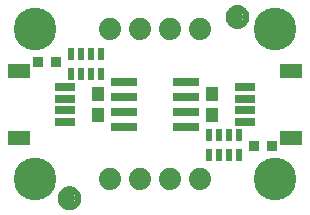
<source format=gbr>
G04 EAGLE Gerber RS-274X export*
G75*
%MOMM*%
%FSLAX34Y34*%
%LPD*%
%INSoldermask Top*%
%IPPOS*%
%AMOC8*
5,1,8,0,0,1.08239X$1,22.5*%
G01*
%ADD10C,3.617600*%
%ADD11R,1.651600X0.701600*%
%ADD12R,1.901600X1.301600*%
%ADD13C,1.101600*%
%ADD14C,0.469900*%
%ADD15R,0.901600X0.901600*%
%ADD16R,1.101600X1.176600*%
%ADD17R,2.301600X0.701600*%
%ADD18C,1.879600*%
%ADD19R,0.551600X1.001600*%


D10*
X25400Y152400D03*
X228600Y152400D03*
D11*
X50540Y93900D03*
X50540Y83900D03*
X50540Y103900D03*
X50540Y73900D03*
D12*
X11540Y116900D03*
X11540Y60900D03*
D11*
X203460Y83900D03*
X203460Y93900D03*
X203460Y73900D03*
X203460Y103900D03*
D12*
X242460Y60900D03*
X242460Y116900D03*
D13*
X54610Y9525D03*
D14*
X54610Y17025D02*
X54429Y17023D01*
X54248Y17016D01*
X54067Y17005D01*
X53886Y16990D01*
X53706Y16970D01*
X53526Y16946D01*
X53347Y16918D01*
X53169Y16885D01*
X52992Y16848D01*
X52815Y16807D01*
X52640Y16762D01*
X52465Y16712D01*
X52292Y16658D01*
X52121Y16600D01*
X51950Y16538D01*
X51782Y16471D01*
X51615Y16401D01*
X51449Y16327D01*
X51286Y16248D01*
X51125Y16166D01*
X50965Y16080D01*
X50808Y15990D01*
X50653Y15896D01*
X50500Y15799D01*
X50350Y15697D01*
X50202Y15593D01*
X50056Y15484D01*
X49914Y15373D01*
X49774Y15257D01*
X49637Y15139D01*
X49502Y15017D01*
X49371Y14892D01*
X49243Y14764D01*
X49118Y14633D01*
X48996Y14498D01*
X48878Y14361D01*
X48762Y14221D01*
X48651Y14079D01*
X48542Y13933D01*
X48438Y13785D01*
X48336Y13635D01*
X48239Y13482D01*
X48145Y13327D01*
X48055Y13170D01*
X47969Y13010D01*
X47887Y12849D01*
X47808Y12686D01*
X47734Y12520D01*
X47664Y12353D01*
X47597Y12185D01*
X47535Y12014D01*
X47477Y11843D01*
X47423Y11670D01*
X47373Y11495D01*
X47328Y11320D01*
X47287Y11143D01*
X47250Y10966D01*
X47217Y10788D01*
X47189Y10609D01*
X47165Y10429D01*
X47145Y10249D01*
X47130Y10068D01*
X47119Y9887D01*
X47112Y9706D01*
X47110Y9525D01*
X54610Y17025D02*
X54791Y17023D01*
X54972Y17016D01*
X55153Y17005D01*
X55334Y16990D01*
X55514Y16970D01*
X55694Y16946D01*
X55873Y16918D01*
X56051Y16885D01*
X56228Y16848D01*
X56405Y16807D01*
X56580Y16762D01*
X56755Y16712D01*
X56928Y16658D01*
X57099Y16600D01*
X57270Y16538D01*
X57438Y16471D01*
X57605Y16401D01*
X57771Y16327D01*
X57934Y16248D01*
X58095Y16166D01*
X58255Y16080D01*
X58412Y15990D01*
X58567Y15896D01*
X58720Y15799D01*
X58870Y15697D01*
X59018Y15593D01*
X59164Y15484D01*
X59306Y15373D01*
X59446Y15257D01*
X59583Y15139D01*
X59718Y15017D01*
X59849Y14892D01*
X59977Y14764D01*
X60102Y14633D01*
X60224Y14498D01*
X60342Y14361D01*
X60458Y14221D01*
X60569Y14079D01*
X60678Y13933D01*
X60782Y13785D01*
X60884Y13635D01*
X60981Y13482D01*
X61075Y13327D01*
X61165Y13170D01*
X61251Y13010D01*
X61333Y12849D01*
X61412Y12686D01*
X61486Y12520D01*
X61556Y12353D01*
X61623Y12185D01*
X61685Y12014D01*
X61743Y11843D01*
X61797Y11670D01*
X61847Y11495D01*
X61892Y11320D01*
X61933Y11143D01*
X61970Y10966D01*
X62003Y10788D01*
X62031Y10609D01*
X62055Y10429D01*
X62075Y10249D01*
X62090Y10068D01*
X62101Y9887D01*
X62108Y9706D01*
X62110Y9525D01*
X62108Y9344D01*
X62101Y9163D01*
X62090Y8982D01*
X62075Y8801D01*
X62055Y8621D01*
X62031Y8441D01*
X62003Y8262D01*
X61970Y8084D01*
X61933Y7907D01*
X61892Y7730D01*
X61847Y7555D01*
X61797Y7380D01*
X61743Y7207D01*
X61685Y7036D01*
X61623Y6865D01*
X61556Y6697D01*
X61486Y6530D01*
X61412Y6364D01*
X61333Y6201D01*
X61251Y6040D01*
X61165Y5880D01*
X61075Y5723D01*
X60981Y5568D01*
X60884Y5415D01*
X60782Y5265D01*
X60678Y5117D01*
X60569Y4971D01*
X60458Y4829D01*
X60342Y4689D01*
X60224Y4552D01*
X60102Y4417D01*
X59977Y4286D01*
X59849Y4158D01*
X59718Y4033D01*
X59583Y3911D01*
X59446Y3793D01*
X59306Y3677D01*
X59164Y3566D01*
X59018Y3457D01*
X58870Y3353D01*
X58720Y3251D01*
X58567Y3154D01*
X58412Y3060D01*
X58255Y2970D01*
X58095Y2884D01*
X57934Y2802D01*
X57771Y2723D01*
X57605Y2649D01*
X57438Y2579D01*
X57270Y2512D01*
X57099Y2450D01*
X56928Y2392D01*
X56755Y2338D01*
X56580Y2288D01*
X56405Y2243D01*
X56228Y2202D01*
X56051Y2165D01*
X55873Y2132D01*
X55694Y2104D01*
X55514Y2080D01*
X55334Y2060D01*
X55153Y2045D01*
X54972Y2034D01*
X54791Y2027D01*
X54610Y2025D01*
X54429Y2027D01*
X54248Y2034D01*
X54067Y2045D01*
X53886Y2060D01*
X53706Y2080D01*
X53526Y2104D01*
X53347Y2132D01*
X53169Y2165D01*
X52992Y2202D01*
X52815Y2243D01*
X52640Y2288D01*
X52465Y2338D01*
X52292Y2392D01*
X52121Y2450D01*
X51950Y2512D01*
X51782Y2579D01*
X51615Y2649D01*
X51449Y2723D01*
X51286Y2802D01*
X51125Y2884D01*
X50965Y2970D01*
X50808Y3060D01*
X50653Y3154D01*
X50500Y3251D01*
X50350Y3353D01*
X50202Y3457D01*
X50056Y3566D01*
X49914Y3677D01*
X49774Y3793D01*
X49637Y3911D01*
X49502Y4033D01*
X49371Y4158D01*
X49243Y4286D01*
X49118Y4417D01*
X48996Y4552D01*
X48878Y4689D01*
X48762Y4829D01*
X48651Y4971D01*
X48542Y5117D01*
X48438Y5265D01*
X48336Y5415D01*
X48239Y5568D01*
X48145Y5723D01*
X48055Y5880D01*
X47969Y6040D01*
X47887Y6201D01*
X47808Y6364D01*
X47734Y6530D01*
X47664Y6697D01*
X47597Y6865D01*
X47535Y7036D01*
X47477Y7207D01*
X47423Y7380D01*
X47373Y7555D01*
X47328Y7730D01*
X47287Y7907D01*
X47250Y8084D01*
X47217Y8262D01*
X47189Y8441D01*
X47165Y8621D01*
X47145Y8801D01*
X47130Y8982D01*
X47119Y9163D01*
X47112Y9344D01*
X47110Y9525D01*
D13*
X196850Y162941D03*
D14*
X196850Y170441D02*
X196669Y170439D01*
X196488Y170432D01*
X196307Y170421D01*
X196126Y170406D01*
X195946Y170386D01*
X195766Y170362D01*
X195587Y170334D01*
X195409Y170301D01*
X195232Y170264D01*
X195055Y170223D01*
X194880Y170178D01*
X194705Y170128D01*
X194532Y170074D01*
X194361Y170016D01*
X194190Y169954D01*
X194022Y169887D01*
X193855Y169817D01*
X193689Y169743D01*
X193526Y169664D01*
X193365Y169582D01*
X193205Y169496D01*
X193048Y169406D01*
X192893Y169312D01*
X192740Y169215D01*
X192590Y169113D01*
X192442Y169009D01*
X192296Y168900D01*
X192154Y168789D01*
X192014Y168673D01*
X191877Y168555D01*
X191742Y168433D01*
X191611Y168308D01*
X191483Y168180D01*
X191358Y168049D01*
X191236Y167914D01*
X191118Y167777D01*
X191002Y167637D01*
X190891Y167495D01*
X190782Y167349D01*
X190678Y167201D01*
X190576Y167051D01*
X190479Y166898D01*
X190385Y166743D01*
X190295Y166586D01*
X190209Y166426D01*
X190127Y166265D01*
X190048Y166102D01*
X189974Y165936D01*
X189904Y165769D01*
X189837Y165601D01*
X189775Y165430D01*
X189717Y165259D01*
X189663Y165086D01*
X189613Y164911D01*
X189568Y164736D01*
X189527Y164559D01*
X189490Y164382D01*
X189457Y164204D01*
X189429Y164025D01*
X189405Y163845D01*
X189385Y163665D01*
X189370Y163484D01*
X189359Y163303D01*
X189352Y163122D01*
X189350Y162941D01*
X196850Y170441D02*
X197031Y170439D01*
X197212Y170432D01*
X197393Y170421D01*
X197574Y170406D01*
X197754Y170386D01*
X197934Y170362D01*
X198113Y170334D01*
X198291Y170301D01*
X198468Y170264D01*
X198645Y170223D01*
X198820Y170178D01*
X198995Y170128D01*
X199168Y170074D01*
X199339Y170016D01*
X199510Y169954D01*
X199678Y169887D01*
X199845Y169817D01*
X200011Y169743D01*
X200174Y169664D01*
X200335Y169582D01*
X200495Y169496D01*
X200652Y169406D01*
X200807Y169312D01*
X200960Y169215D01*
X201110Y169113D01*
X201258Y169009D01*
X201404Y168900D01*
X201546Y168789D01*
X201686Y168673D01*
X201823Y168555D01*
X201958Y168433D01*
X202089Y168308D01*
X202217Y168180D01*
X202342Y168049D01*
X202464Y167914D01*
X202582Y167777D01*
X202698Y167637D01*
X202809Y167495D01*
X202918Y167349D01*
X203022Y167201D01*
X203124Y167051D01*
X203221Y166898D01*
X203315Y166743D01*
X203405Y166586D01*
X203491Y166426D01*
X203573Y166265D01*
X203652Y166102D01*
X203726Y165936D01*
X203796Y165769D01*
X203863Y165601D01*
X203925Y165430D01*
X203983Y165259D01*
X204037Y165086D01*
X204087Y164911D01*
X204132Y164736D01*
X204173Y164559D01*
X204210Y164382D01*
X204243Y164204D01*
X204271Y164025D01*
X204295Y163845D01*
X204315Y163665D01*
X204330Y163484D01*
X204341Y163303D01*
X204348Y163122D01*
X204350Y162941D01*
X204348Y162760D01*
X204341Y162579D01*
X204330Y162398D01*
X204315Y162217D01*
X204295Y162037D01*
X204271Y161857D01*
X204243Y161678D01*
X204210Y161500D01*
X204173Y161323D01*
X204132Y161146D01*
X204087Y160971D01*
X204037Y160796D01*
X203983Y160623D01*
X203925Y160452D01*
X203863Y160281D01*
X203796Y160113D01*
X203726Y159946D01*
X203652Y159780D01*
X203573Y159617D01*
X203491Y159456D01*
X203405Y159296D01*
X203315Y159139D01*
X203221Y158984D01*
X203124Y158831D01*
X203022Y158681D01*
X202918Y158533D01*
X202809Y158387D01*
X202698Y158245D01*
X202582Y158105D01*
X202464Y157968D01*
X202342Y157833D01*
X202217Y157702D01*
X202089Y157574D01*
X201958Y157449D01*
X201823Y157327D01*
X201686Y157209D01*
X201546Y157093D01*
X201404Y156982D01*
X201258Y156873D01*
X201110Y156769D01*
X200960Y156667D01*
X200807Y156570D01*
X200652Y156476D01*
X200495Y156386D01*
X200335Y156300D01*
X200174Y156218D01*
X200011Y156139D01*
X199845Y156065D01*
X199678Y155995D01*
X199510Y155928D01*
X199339Y155866D01*
X199168Y155808D01*
X198995Y155754D01*
X198820Y155704D01*
X198645Y155659D01*
X198468Y155618D01*
X198291Y155581D01*
X198113Y155548D01*
X197934Y155520D01*
X197754Y155496D01*
X197574Y155476D01*
X197393Y155461D01*
X197212Y155450D01*
X197031Y155443D01*
X196850Y155441D01*
X196669Y155443D01*
X196488Y155450D01*
X196307Y155461D01*
X196126Y155476D01*
X195946Y155496D01*
X195766Y155520D01*
X195587Y155548D01*
X195409Y155581D01*
X195232Y155618D01*
X195055Y155659D01*
X194880Y155704D01*
X194705Y155754D01*
X194532Y155808D01*
X194361Y155866D01*
X194190Y155928D01*
X194022Y155995D01*
X193855Y156065D01*
X193689Y156139D01*
X193526Y156218D01*
X193365Y156300D01*
X193205Y156386D01*
X193048Y156476D01*
X192893Y156570D01*
X192740Y156667D01*
X192590Y156769D01*
X192442Y156873D01*
X192296Y156982D01*
X192154Y157093D01*
X192014Y157209D01*
X191877Y157327D01*
X191742Y157449D01*
X191611Y157574D01*
X191483Y157702D01*
X191358Y157833D01*
X191236Y157968D01*
X191118Y158105D01*
X191002Y158245D01*
X190891Y158387D01*
X190782Y158533D01*
X190678Y158681D01*
X190576Y158831D01*
X190479Y158984D01*
X190385Y159139D01*
X190295Y159296D01*
X190209Y159456D01*
X190127Y159617D01*
X190048Y159780D01*
X189974Y159946D01*
X189904Y160113D01*
X189837Y160281D01*
X189775Y160452D01*
X189717Y160623D01*
X189663Y160796D01*
X189613Y160971D01*
X189568Y161146D01*
X189527Y161323D01*
X189490Y161500D01*
X189457Y161678D01*
X189429Y161857D01*
X189405Y162037D01*
X189385Y162217D01*
X189370Y162398D01*
X189359Y162579D01*
X189352Y162760D01*
X189350Y162941D01*
D10*
X25400Y25400D03*
X228600Y25400D03*
D15*
X225940Y53340D03*
X210940Y53340D03*
D16*
X175260Y97400D03*
X175260Y80400D03*
D17*
X101000Y95250D03*
X153000Y95250D03*
X101000Y107950D03*
X101000Y82550D03*
X101000Y69850D03*
X153000Y107950D03*
X153000Y82550D03*
X153000Y69850D03*
D18*
X165100Y25400D03*
X139700Y25400D03*
X114300Y25400D03*
X88900Y25400D03*
X88900Y152400D03*
X114300Y152400D03*
X139700Y152400D03*
X165100Y152400D03*
D16*
X78740Y97400D03*
X78740Y80400D03*
D15*
X28060Y124460D03*
X43060Y124460D03*
D19*
X55580Y131690D03*
X55580Y114690D03*
X64580Y131690D03*
X72580Y131690D03*
X81580Y131690D03*
X81580Y114690D03*
X64580Y114690D03*
X72580Y114690D03*
X198420Y46110D03*
X198420Y63110D03*
X189420Y46110D03*
X181420Y46110D03*
X172420Y46110D03*
X172420Y63110D03*
X189420Y63110D03*
X181420Y63110D03*
M02*

</source>
